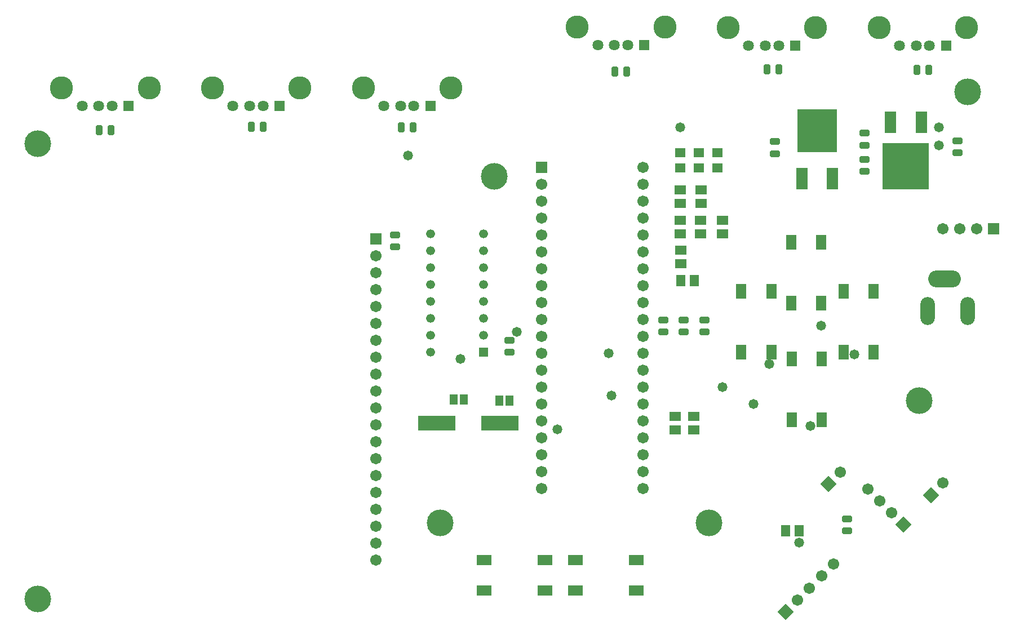
<source format=gts>
G04*
G04 #@! TF.GenerationSoftware,Altium Limited,Altium Designer,22.1.2 (22)*
G04*
G04 Layer_Color=8388736*
%FSLAX25Y25*%
%MOIN*%
G70*
G04*
G04 #@! TF.SameCoordinates,DBBF1DAF-B7B8-4F0F-8103-75AA92EAAB8F*
G04*
G04*
G04 #@! TF.FilePolarity,Negative*
G04*
G01*
G75*
%ADD31R,0.06800X0.05300*%
%ADD32R,0.05300X0.06800*%
%ADD33R,0.05918X0.05328*%
G04:AMPARAMS|DCode=34|XSize=59.18mil|YSize=37.92mil|CornerRadius=7.74mil|HoleSize=0mil|Usage=FLASHONLY|Rotation=180.000|XOffset=0mil|YOffset=0mil|HoleType=Round|Shape=RoundedRectangle|*
%AMROUNDEDRECTD34*
21,1,0.05918,0.02244,0,0,180.0*
21,1,0.04370,0.03792,0,0,180.0*
1,1,0.01548,-0.02185,0.01122*
1,1,0.01548,0.02185,0.01122*
1,1,0.01548,0.02185,-0.01122*
1,1,0.01548,-0.02185,-0.01122*
%
%ADD34ROUNDEDRECTD34*%
%ADD35R,0.22453X0.08674*%
G04:AMPARAMS|DCode=36|XSize=59.18mil|YSize=37.92mil|CornerRadius=7.74mil|HoleSize=0mil|Usage=FLASHONLY|Rotation=90.000|XOffset=0mil|YOffset=0mil|HoleType=Round|Shape=RoundedRectangle|*
%AMROUNDEDRECTD36*
21,1,0.05918,0.02244,0,0,90.0*
21,1,0.04370,0.03792,0,0,90.0*
1,1,0.01548,0.01122,0.02185*
1,1,0.01548,0.01122,-0.02185*
1,1,0.01548,-0.01122,-0.02185*
1,1,0.01548,-0.01122,0.02185*
%
%ADD36ROUNDEDRECTD36*%
%ADD37R,0.07099X0.12611*%
%ADD38R,0.27178X0.27178*%
%ADD39R,0.23635X0.25210*%
%ADD40R,0.07099X0.12611*%
%ADD41R,0.04737X0.05918*%
%ADD42R,0.06312X0.09068*%
%ADD43R,0.09068X0.06312*%
%ADD44P,0.09483X4X180.0*%
%ADD45C,0.06706*%
%ADD46P,0.09483X4X90.0*%
%ADD47R,0.06706X0.06706*%
%ADD48C,0.13698*%
%ADD49C,0.06422*%
%ADD50R,0.06422X0.06422*%
%ADD51R,0.06706X0.06706*%
%ADD52C,0.06700*%
%ADD53R,0.06700X0.06700*%
%ADD54R,0.05249X0.05249*%
%ADD55C,0.05249*%
%ADD56O,0.08674X0.16548*%
%ADD57O,0.19304X0.10052*%
%ADD58C,0.15800*%
%ADD59C,0.05800*%
D31*
X425000Y244000D02*
D03*
Y236000D02*
D03*
X412000Y244000D02*
D03*
Y236000D02*
D03*
X412500Y262000D02*
D03*
Y254000D02*
D03*
X400500Y226500D02*
D03*
Y218500D02*
D03*
X400000Y244000D02*
D03*
Y236000D02*
D03*
Y262000D02*
D03*
Y254000D02*
D03*
X408000Y120000D02*
D03*
Y128000D02*
D03*
X397000Y120000D02*
D03*
Y128000D02*
D03*
D32*
X400500Y208500D02*
D03*
X408500D02*
D03*
X470500Y60500D02*
D03*
X462500D02*
D03*
D33*
X400000Y275071D02*
D03*
Y283929D02*
D03*
X422000Y275071D02*
D03*
Y283929D02*
D03*
X411000Y275071D02*
D03*
Y283929D02*
D03*
D34*
X299000Y173004D02*
D03*
Y165957D02*
D03*
X414500Y177996D02*
D03*
Y185043D02*
D03*
X402000Y177996D02*
D03*
Y185043D02*
D03*
X390000Y177996D02*
D03*
Y185043D02*
D03*
X456000Y283496D02*
D03*
Y290543D02*
D03*
X564000Y283996D02*
D03*
Y291043D02*
D03*
X509000Y280004D02*
D03*
Y272957D02*
D03*
Y288496D02*
D03*
Y295543D02*
D03*
X498784Y67433D02*
D03*
Y60386D02*
D03*
X231500Y235504D02*
D03*
Y228457D02*
D03*
D35*
X293402Y124000D02*
D03*
X256000D02*
D03*
D36*
X547004Y333000D02*
D03*
X539957D02*
D03*
X458504Y333500D02*
D03*
X451457D02*
D03*
X368504Y332000D02*
D03*
X361457D02*
D03*
X242004Y299000D02*
D03*
X234957D02*
D03*
X63504Y297500D02*
D03*
X56457D02*
D03*
X153504Y299500D02*
D03*
X146457D02*
D03*
D37*
X542555Y302091D02*
D03*
X524445D02*
D03*
D38*
X533500Y275909D02*
D03*
D39*
X481000Y297000D02*
D03*
D40*
X472004Y268732D02*
D03*
X489996D02*
D03*
D41*
X293047Y137500D02*
D03*
X298953D02*
D03*
X271953Y138000D02*
D03*
X266047D02*
D03*
D42*
X483258Y230913D02*
D03*
Y195087D02*
D03*
X465542D02*
D03*
Y230913D02*
D03*
X453858Y201913D02*
D03*
Y166087D02*
D03*
X436142D02*
D03*
Y201913D02*
D03*
X514358D02*
D03*
Y166087D02*
D03*
X496642D02*
D03*
Y201913D02*
D03*
X483758Y161913D02*
D03*
Y126087D02*
D03*
X466042D02*
D03*
Y161913D02*
D03*
D43*
X338087Y42858D02*
D03*
X373913D02*
D03*
Y25142D02*
D03*
X338087D02*
D03*
X284087Y42858D02*
D03*
X319913D02*
D03*
Y25142D02*
D03*
X284087D02*
D03*
D44*
X532071Y63929D02*
D03*
D45*
X525000Y71000D02*
D03*
X517929Y78071D02*
D03*
X510858Y85142D02*
D03*
X469429Y19429D02*
D03*
X476500Y26500D02*
D03*
X483571Y33571D02*
D03*
X490642Y40642D02*
D03*
X494601Y95071D02*
D03*
X220000Y223000D02*
D03*
Y213000D02*
D03*
Y203000D02*
D03*
Y193000D02*
D03*
Y183000D02*
D03*
Y173000D02*
D03*
Y163000D02*
D03*
Y153000D02*
D03*
Y143000D02*
D03*
Y133000D02*
D03*
Y123000D02*
D03*
Y113000D02*
D03*
Y103000D02*
D03*
Y93000D02*
D03*
Y83000D02*
D03*
Y73000D02*
D03*
Y63000D02*
D03*
Y53000D02*
D03*
Y43000D02*
D03*
X555500Y239000D02*
D03*
X565500D02*
D03*
X575500D02*
D03*
X555399Y88571D02*
D03*
D46*
X462358Y12358D02*
D03*
X487530Y88000D02*
D03*
X548328Y81500D02*
D03*
D47*
X220000Y233000D02*
D03*
D48*
X123397Y322500D02*
D03*
X175129D02*
D03*
X212659D02*
D03*
X264391D02*
D03*
X85866D02*
D03*
X34134D02*
D03*
X569391Y358000D02*
D03*
X517659D02*
D03*
X480129D02*
D03*
X428397D02*
D03*
X390866Y358500D02*
D03*
X339134D02*
D03*
D49*
X135483Y311831D02*
D03*
X145326D02*
D03*
X153200D02*
D03*
X224746D02*
D03*
X234588D02*
D03*
X242462D02*
D03*
X63937D02*
D03*
X56063D02*
D03*
X46220D02*
D03*
X547462Y347331D02*
D03*
X539588D02*
D03*
X529746D02*
D03*
X458200D02*
D03*
X450326D02*
D03*
X440483D02*
D03*
X368937Y347831D02*
D03*
X361063D02*
D03*
X351220D02*
D03*
D50*
X163042Y311831D02*
D03*
X252305D02*
D03*
X73780D02*
D03*
X557305Y347331D02*
D03*
X468042D02*
D03*
X378780Y347831D02*
D03*
D51*
X585500Y239000D02*
D03*
D52*
X378000Y275500D02*
D03*
Y265500D02*
D03*
Y255500D02*
D03*
Y245500D02*
D03*
Y235500D02*
D03*
Y225500D02*
D03*
Y215500D02*
D03*
Y205500D02*
D03*
Y195500D02*
D03*
Y185500D02*
D03*
Y175500D02*
D03*
Y165500D02*
D03*
Y155500D02*
D03*
Y145500D02*
D03*
Y135500D02*
D03*
Y125500D02*
D03*
Y115500D02*
D03*
Y105500D02*
D03*
Y95500D02*
D03*
Y85500D02*
D03*
X318000D02*
D03*
Y95500D02*
D03*
Y105500D02*
D03*
Y115500D02*
D03*
Y125500D02*
D03*
Y135500D02*
D03*
Y145500D02*
D03*
Y155500D02*
D03*
Y165500D02*
D03*
Y175500D02*
D03*
Y185500D02*
D03*
Y195500D02*
D03*
Y205500D02*
D03*
Y215500D02*
D03*
Y225500D02*
D03*
Y235500D02*
D03*
Y245500D02*
D03*
Y255500D02*
D03*
Y265500D02*
D03*
D53*
Y275500D02*
D03*
D54*
X283630Y166000D02*
D03*
D55*
Y176000D02*
D03*
Y186000D02*
D03*
Y196000D02*
D03*
Y206000D02*
D03*
Y216000D02*
D03*
Y226000D02*
D03*
Y236000D02*
D03*
X252370D02*
D03*
Y226000D02*
D03*
Y216000D02*
D03*
Y206000D02*
D03*
Y196000D02*
D03*
Y186000D02*
D03*
Y176000D02*
D03*
Y166000D02*
D03*
D56*
X546378Y190500D02*
D03*
X570000D02*
D03*
D57*
X556220Y209398D02*
D03*
D58*
X417000Y65000D02*
D03*
X541500Y137500D02*
D03*
X258000Y65000D02*
D03*
X290000Y270000D02*
D03*
X20000Y20000D02*
D03*
Y289500D02*
D03*
X570000Y320000D02*
D03*
D59*
X400000Y299000D02*
D03*
X553100D02*
D03*
Y288255D02*
D03*
X357700Y165200D02*
D03*
X483258Y181800D02*
D03*
X443500Y135500D02*
D03*
X424900Y145500D02*
D03*
X239000Y282500D02*
D03*
X476900Y122400D02*
D03*
X452600Y159100D02*
D03*
X470500Y53500D02*
D03*
X270000Y162000D02*
D03*
X359500Y140500D02*
D03*
X502900Y164700D02*
D03*
X327400Y120500D02*
D03*
X303500Y178000D02*
D03*
M02*

</source>
